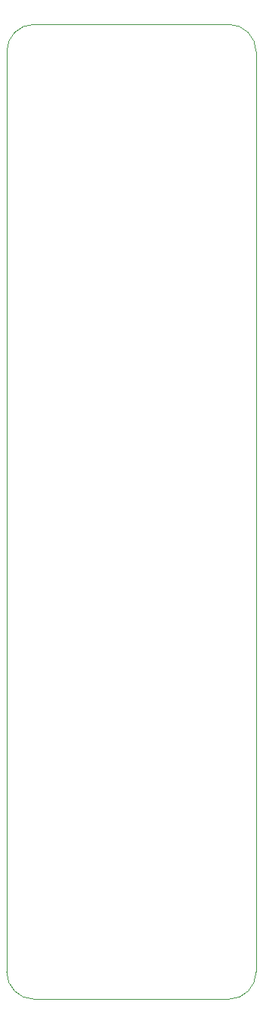
<source format=gbr>
%TF.GenerationSoftware,KiCad,Pcbnew,7.0.8*%
%TF.CreationDate,2024-06-20T15:13:37-04:00*%
%TF.ProjectId,P2,50322e6b-6963-4616-945f-706362585858,rev?*%
%TF.SameCoordinates,Original*%
%TF.FileFunction,Profile,NP*%
%FSLAX46Y46*%
G04 Gerber Fmt 4.6, Leading zero omitted, Abs format (unit mm)*
G04 Created by KiCad (PCBNEW 7.0.8) date 2024-06-20 15:13:37*
%MOMM*%
%LPD*%
G01*
G04 APERTURE LIST*
%TA.AperFunction,Profile*%
%ADD10C,0.100000*%
%TD*%
G04 APERTURE END LIST*
D10*
X135890000Y-138176000D02*
G75*
G03*
X138938000Y-141224000I3048000J0D01*
G01*
X138938000Y-32258000D02*
X160782000Y-32258000D01*
X135890000Y-35306000D02*
X135890000Y-138176000D01*
X138938000Y-32258000D02*
G75*
G03*
X135890000Y-35306000I0J-3048000D01*
G01*
X160782000Y-141224000D02*
G75*
G03*
X163830000Y-138176000I0J3048000D01*
G01*
X163830000Y-35306000D02*
X163830000Y-138176000D01*
X163830000Y-35306000D02*
G75*
G03*
X160782000Y-32258000I-3048000J0D01*
G01*
X138938000Y-141224000D02*
X160782000Y-141224000D01*
M02*

</source>
